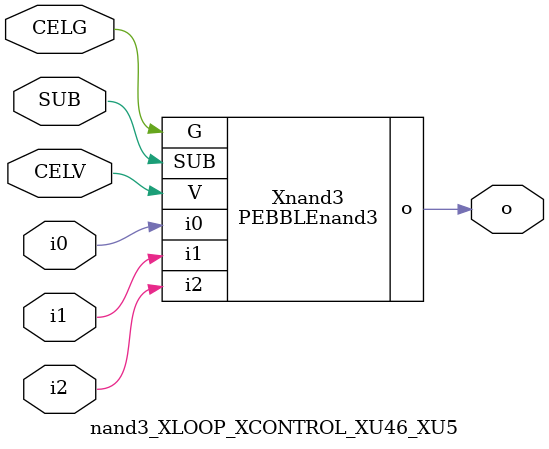
<source format=v>



module PEBBLEnand3 ( o, G, SUB, V, i0, i1, i2 );

  input i0;
  input V;
  input i2;
  input i1;
  input G;
  output o;
  input SUB;
endmodule

//Celera Confidential Do Not Copy nand3_XLOOP_XCONTROL_XU46_XU5
//Celera Confidential Symbol Generator
//5V Inverter
module nand3_XLOOP_XCONTROL_XU46_XU5 (CELV,CELG,i0,i1,i2,o,SUB);
input CELV;
input CELG;
input i0;
input i1;
input i2;
input SUB;
output o;

//Celera Confidential Do Not Copy nand3
PEBBLEnand3 Xnand3(
.V (CELV),
.i0 (i0),
.i1 (i1),
.i2 (i2),
.o (o),
.SUB (SUB),
.G (CELG)
);
//,diesize,PEBBLEnand3

//Celera Confidential Do Not Copy Module End
//Celera Schematic Generator
endmodule

</source>
